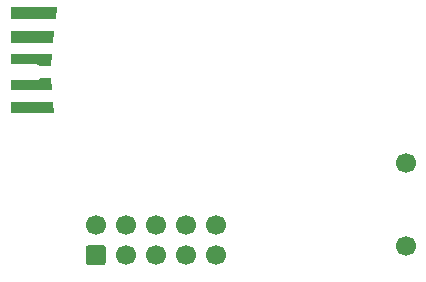
<source format=gbs>
%TF.GenerationSoftware,KiCad,Pcbnew,5.1.8*%
%TF.CreationDate,2020-11-29T17:04:24-06:00*%
%TF.ProjectId,ePenguin-Debug,6550656e-6775-4696-9e2d-44656275672e,rev?*%
%TF.SameCoordinates,Original*%
%TF.FileFunction,Soldermask,Bot*%
%TF.FilePolarity,Negative*%
%FSLAX46Y46*%
G04 Gerber Fmt 4.6, Leading zero omitted, Abs format (unit mm)*
G04 Created by KiCad (PCBNEW 5.1.8) date 2020-11-29 17:04:24*
%MOMM*%
%LPD*%
G01*
G04 APERTURE LIST*
%ADD10C,1.700000*%
%ADD11C,0.100000*%
G04 APERTURE END LIST*
D10*
%TO.C,J3*%
X118960000Y-81960000D03*
X116420000Y-81960000D03*
X113880000Y-81960000D03*
X111340000Y-81960000D03*
X108800000Y-81960000D03*
X118960000Y-84500000D03*
X116420000Y-84500000D03*
X113880000Y-84500000D03*
X111340000Y-84500000D03*
G36*
G01*
X109400000Y-85350000D02*
X108200000Y-85350000D01*
G75*
G02*
X107950000Y-85100000I0J250000D01*
G01*
X107950000Y-83900000D01*
G75*
G02*
X108200000Y-83650000I250000J0D01*
G01*
X109400000Y-83650000D01*
G75*
G02*
X109650000Y-83900000I0J-250000D01*
G01*
X109650000Y-85100000D01*
G75*
G02*
X109400000Y-85350000I-250000J0D01*
G01*
G37*
%TD*%
D11*
%TO.C,J1*%
G36*
X101600000Y-72500000D02*
G01*
X101600000Y-71500000D01*
X105200000Y-71500000D01*
X105300000Y-72500000D01*
X101600000Y-72500000D01*
G37*
G36*
X105200000Y-66500000D02*
G01*
X101600000Y-66500000D01*
X101600000Y-65500000D01*
X105300000Y-65500000D01*
X105200000Y-66500000D01*
G37*
G36*
X105400000Y-64500000D02*
G01*
X101600000Y-64500000D01*
X101600000Y-63500000D01*
X105500000Y-63500000D01*
X105400000Y-64500000D01*
G37*
G36*
X101600000Y-70500000D02*
G01*
X101600000Y-69700000D01*
X103610000Y-69700000D01*
X103720000Y-69690000D01*
X103800000Y-69670000D01*
X103860000Y-69650000D01*
X103910000Y-69630000D01*
X103960000Y-69600000D01*
X104020000Y-69560000D01*
X104070000Y-69520000D01*
X104090000Y-69500000D01*
X105000000Y-69500000D01*
X105100000Y-70500000D01*
X101600000Y-70500000D01*
G37*
G36*
X105000000Y-68500000D02*
G01*
X104090000Y-68500000D01*
X104070000Y-68480000D01*
X104020000Y-68440000D01*
X103960000Y-68400000D01*
X103910000Y-68370000D01*
X103860000Y-68350000D01*
X103800000Y-68330000D01*
X103720000Y-68310000D01*
X103610000Y-68300000D01*
X101600000Y-68300000D01*
X101600000Y-67500000D01*
X105100000Y-67500000D01*
X105000000Y-68500000D01*
G37*
%TD*%
D10*
%TO.C,CON1*%
X135100000Y-83700000D03*
X135100000Y-76700000D03*
%TD*%
M02*

</source>
